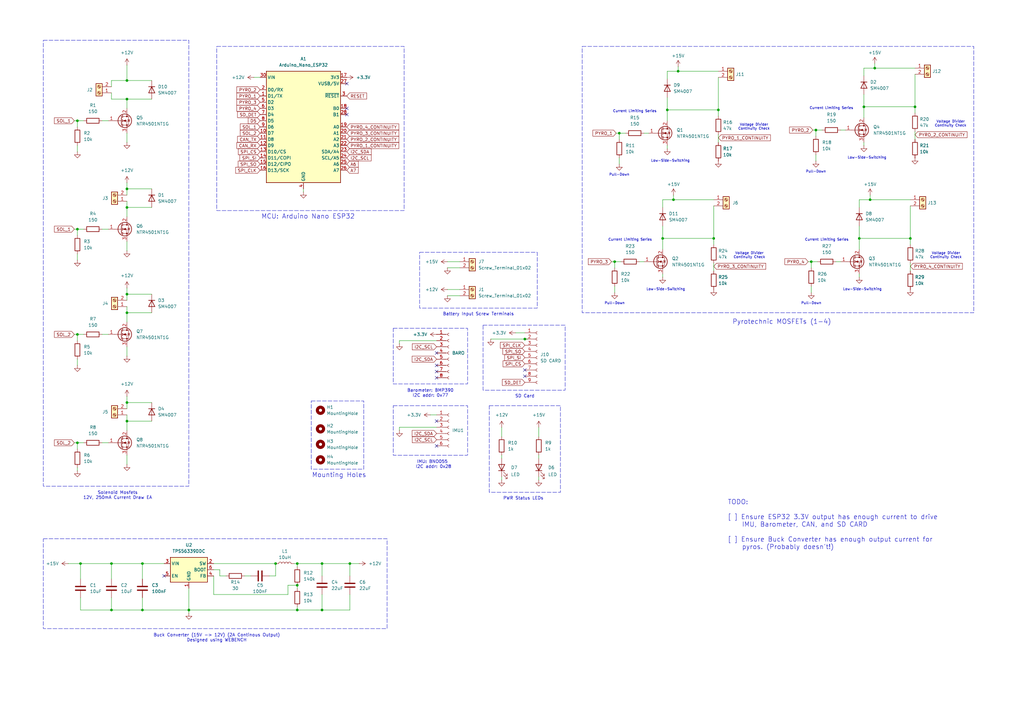
<source format=kicad_sch>
(kicad_sch (version 20250114) (generator "eeschema") (generator_version "9.0")
  (paper "A3")
  (rectangle (start 17.78 220.98) (end 158.75 257.81) (stroke (width 0) (type dash)))
  (rectangle (start 17.78 16.51) (end 77.47 199.39) (stroke (width 0) (type dash)))
  (rectangle (start 161.29 166.37) (end 191.77 186.69) (stroke (width 0) (type dash)))
  (rectangle (start 238.76 19.05) (end 399.415 128.27) (stroke (width 0) (type dash)))
  (rectangle (start 127.635 164.465) (end 149.225 192.405) (stroke (width 0) (type dash)))
  (rectangle (start 161.29 134.62) (end 191.77 157.48) (stroke (width 0) (type dash)))
  (rectangle (start 172.085 103.505) (end 220.345 126.365) (stroke (width 0) (type dash)))
  (rectangle (start 200.66 166.37) (end 229.87 201.93) (stroke (width 0) (type dash)))
  (rectangle (start 198.12 133.35) (end 231.775 160.02) (stroke (width 0) (type dash)))
  (rectangle (start 88.9 19.05) (end 165.735 86.36) (stroke (width 0) (type dash)))
  (text "Low-Side-Switching" (at 355.6 64.77 0) (effects (font (size 1.016 1.016))))
  (text "Low-Side-Switching" (at 353.695 118.745 0) (effects (font (size 1.016 1.016))))
  (text "Voltage Divider\nContinuity Check\n" (at 307.34 104.775 0) (effects (font (size 1.016 1.016))))
  (text "Barometer: BMP390\nI2C addr: 0x77" (at 176.53 161.29 0) (effects (font (size 1.27 1.27))))
  (text "Current Limiting Series" (at 339.09 98.425 0) (effects (font (size 1.016 1.016))))
  (text "SD Card\n" (at 215.265 162.56 0) (effects (font (size 1.27 1.27))))
  (text "Voltage Divider\nContinuity Check\n" (at 309.245 52.07 0) (effects (font (size 1.016 1.016))))
  (text "Pull-Down" (at 332.74 124.46 0) (effects (font (size 1.016 1.016))))
  (text "Pyrotechnic MOSFETs (1-4)" (at 320.675 132.08 0) (effects (font (size 1.905 1.905))))
  (text "Pull-Down" (at 252.095 124.46 0) (effects (font (size 1.016 1.016))))
  (text "Battery Input Screw Terminals\n" (at 196.215 128.905 0) (effects (font (size 1.27 1.27))))
  (text "TODO:\n\n[ ] Ensure ESP32 3.3V output has enough current to drive\n    IMU, Barometer, CAN, and SD CARD\n\n[ ] Ensure Buck Converter has enough output current for \n    pyros. (Probably doesn't!)" (at 298.45 215.265 0) (effects (font (size 1.905 1.905)) (justify left)))
  (text "Current Limiting Series" (at 260.35 45.72 0) (effects (font (size 1.016 1.016))))
  (text "Pull-Down" (at 254 71.755 0) (effects (font (size 1.016 1.016))))
  (text "Voltage Divider\nContinuity Check\n" (at 387.985 104.775 0) (effects (font (size 1.016 1.016))))
  (text "Current Limiting Series" (at 340.995 44.45 0) (effects (font (size 1.016 1.016))))
  (text "Low-Side-Switching" (at 274.955 66.04 0) (effects (font (size 1.016 1.016))))
  (text "Buck Converter (15V -> 12V) (2A Continous Output)\nDesigned using WEBENCH\n" (at 88.9 261.62 0) (effects (font (size 1.27 1.27))))
  (text "Mounting Holes" (at 139.065 194.945 0) (effects (font (size 1.905 1.905))))
  (text "Low-Side-Switching" (at 273.05 118.745 0) (effects (font (size 1.016 1.016))))
  (text "Current Limiting Series" (at 258.445 98.425 0) (effects (font (size 1.016 1.016))))
  (text "MCU: Arduino Nano ESP32" (at 126.365 88.9 0) (effects (font (size 1.905 1.905))))
  (text "IMU: BNO055 \nI2C addr: 0x28" (at 177.8 190.5 0) (effects (font (size 1.27 1.27))))
  (text "Voltage Divider\nContinuity Check\n" (at 389.89 50.8 0) (effects (font (size 1.016 1.016))))
  (text "PWR Status LEDs" (at 214.63 204.47 0) (effects (font (size 1.27 1.27))))
  (text "Solenoid Mosfets\n12V, 250mA Current Draw EA" (at 48.26 203.2 0) (effects (font (size 1.27 1.27))))
  (text "Pull-Down" (at 334.645 70.485 0) (effects (font (size 1.016 1.016))))
  (junction (at 294.64 45.085))
  (junction (at 31.75 93.98))
  (junction (at 52.07 85.09))
  (junction (at 358.775 27.94))
  (junction (at 52.07 172.72))
  (junction (at 77.47 250.19))
  (junction (at 215.265 139.065))
  (junction (at 278.13 29.21))
  (junction (at 271.78 97.79))
  (junction (at 31.75 49.53))
  (junction (at 113.03 231.14))
  (junction (at 58.42 231.14))
  (junction (at 254 54.61))
  (junction (at 52.07 120.65))
  (junction (at 121.92 240.03))
  (junction (at 375.285 43.815))
  (junction (at 31.75 137.16))
  (junction (at 334.645 53.34))
  (junction (at 352.425 97.79))
  (junction (at 354.33 43.815))
  (junction (at 52.07 40.64))
  (junction (at 276.225 81.915))
  (junction (at 252.095 107.315))
  (junction (at 132.08 231.14))
  (junction (at 143.51 231.14))
  (junction (at 356.87 81.915))
  (junction (at 52.07 165.1))
  (junction (at 58.42 250.19))
  (junction (at 121.92 231.14))
  (junction (at 52.07 77.47))
  (junction (at 52.07 33.02))
  (junction (at 373.38 97.79))
  (junction (at 132.08 250.19))
  (junction (at 292.735 97.79))
  (junction (at 45.72 231.14))
  (junction (at 332.74 107.315))
  (junction (at 273.685 45.085))
  (junction (at 33.02 231.14))
  (junction (at 52.07 128.27))
  (junction (at 121.92 250.19))
  (junction (at 45.72 250.19))
  (junction (at 31.75 181.61))
  (no_connect (at 179.07 154.94))
  (no_connect (at 142.24 34.29))
  (no_connect (at 67.31 236.22))
  (no_connect (at 179.07 182.88))
  (no_connect (at 179.07 152.4))
  (no_connect (at 215.265 154.305))
  (no_connect (at 215.265 151.765))
  (no_connect (at 179.07 149.86))
  (no_connect (at 142.24 46.99))
  (no_connect (at 179.07 172.72))
  (no_connect (at 142.24 44.45))
  (no_connect (at 179.07 144.78))
  (wire (pts (xy 121.92 231.14) (xy 121.92 232.41)))
  (wire (pts (xy 292.735 107.95) (xy 292.735 111.125)))
  (wire (pts (xy 31.75 137.16) (xy 31.75 139.7)))
  (wire (pts (xy 176.53 170.18) (xy 179.07 170.18)))
  (wire (pts (xy 271.78 97.79) (xy 271.78 102.235)))
  (wire (pts (xy 332.74 107.315) (xy 335.28 107.315)))
  (wire (pts (xy 52.07 40.64) (xy 62.23 40.64)))
  (wire (pts (xy 375.285 53.975) (xy 375.285 57.15)))
  (wire (pts (xy 52.07 118.11) (xy 52.07 120.65)))
  (wire (pts (xy 52.07 172.72) (xy 52.07 176.53)))
  (wire (pts (xy 52.07 77.47) (xy 52.07 80.01)))
  (wire (pts (xy 373.38 84.455) (xy 373.38 97.79)))
  (wire (pts (xy 52.07 120.65) (xy 62.23 120.65)))
  (wire (pts (xy 45.72 33.02) (xy 45.72 35.56)))
  (wire (pts (xy 183.515 121.285) (xy 188.595 121.285)))
  (wire (pts (xy 31.75 49.53) (xy 34.29 49.53)))
  (wire (pts (xy 294.64 55.245) (xy 294.64 58.42)))
  (wire (pts (xy 354.33 27.94) (xy 354.33 31.115)))
  (wire (pts (xy 87.63 236.22) (xy 87.63 243.84)))
  (wire (pts (xy 31.75 137.16) (xy 34.29 137.16)))
  (wire (pts (xy 271.78 92.71) (xy 271.78 97.79)))
  (wire (pts (xy 52.07 33.02) (xy 62.23 33.02)))
  (wire (pts (xy 254 54.61) (xy 254 57.15)))
  (wire (pts (xy 254 54.61) (xy 256.54 54.61)))
  (wire (pts (xy 205.74 195.58) (xy 205.74 196.85)))
  (wire (pts (xy 100.33 236.22) (xy 102.87 236.22)))
  (wire (pts (xy 45.72 245.11) (xy 45.72 250.19)))
  (wire (pts (xy 332.74 107.315) (xy 332.74 109.855)))
  (wire (pts (xy 118.11 240.03) (xy 121.92 240.03)))
  (wire (pts (xy 121.92 240.03) (xy 121.92 241.3)))
  (wire (pts (xy 334.645 53.34) (xy 334.645 55.88)))
  (wire (pts (xy 31.75 93.98) (xy 34.29 93.98)))
  (wire (pts (xy 52.07 125.73) (xy 52.07 128.27)))
  (wire (pts (xy 113.03 236.22) (xy 113.03 231.14)))
  (wire (pts (xy 163.83 139.7) (xy 179.07 139.7)))
  (wire (pts (xy 292.735 97.79) (xy 292.735 100.33)))
  (wire (pts (xy 132.08 231.14) (xy 143.51 231.14)))
  (wire (pts (xy 31.75 49.53) (xy 31.75 52.07)))
  (wire (pts (xy 334.645 63.5) (xy 334.645 66.04)))
  (wire (pts (xy 220.98 187.96) (xy 220.98 186.69)))
  (wire (pts (xy 58.42 245.11) (xy 58.42 250.19)))
  (wire (pts (xy 33.02 231.14) (xy 45.72 231.14)))
  (wire (pts (xy 352.425 113.665) (xy 352.425 112.395)))
  (wire (pts (xy 31.75 191.77) (xy 31.75 193.04)))
  (wire (pts (xy 87.63 231.14) (xy 113.03 231.14)))
  (wire (pts (xy 87.63 243.84) (xy 118.11 243.84)))
  (wire (pts (xy 205.74 187.96) (xy 205.74 186.69)))
  (wire (pts (xy 31.75 147.32) (xy 31.75 149.86)))
  (wire (pts (xy 52.07 165.1) (xy 62.23 165.1)))
  (wire (pts (xy 375.285 43.815) (xy 375.285 46.355)))
  (wire (pts (xy 356.87 81.915) (xy 352.425 81.915)))
  (wire (pts (xy 163.83 176.53) (xy 163.83 175.26)))
  (wire (pts (xy 30.48 93.98) (xy 31.75 93.98)))
  (wire (pts (xy 31.75 93.98) (xy 31.75 96.52)))
  (wire (pts (xy 273.685 40.005) (xy 273.685 45.085)))
  (wire (pts (xy 30.48 49.53) (xy 31.75 49.53)))
  (wire (pts (xy 352.425 97.79) (xy 352.425 102.235)))
  (wire (pts (xy 52.07 142.24) (xy 52.07 146.05)))
  (wire (pts (xy 31.75 181.61) (xy 34.29 181.61)))
  (wire (pts (xy 52.07 162.56) (xy 52.07 165.1)))
  (wire (pts (xy 104.14 31.75) (xy 106.68 31.75)))
  (wire (pts (xy 31.75 59.69) (xy 31.75 62.23)))
  (wire (pts (xy 52.07 128.27) (xy 62.23 128.27)))
  (wire (pts (xy 132.08 236.22) (xy 132.08 231.14)))
  (wire (pts (xy 77.47 241.3) (xy 77.47 250.19)))
  (wire (pts (xy 45.72 250.19) (xy 58.42 250.19)))
  (wire (pts (xy 163.83 139.7) (xy 163.83 140.97)))
  (wire (pts (xy 52.07 85.09) (xy 52.07 88.9)))
  (wire (pts (xy 30.48 137.16) (xy 31.75 137.16)))
  (wire (pts (xy 264.16 54.61) (xy 266.065 54.61)))
  (wire (pts (xy 183.515 118.745) (xy 188.595 118.745)))
  (wire (pts (xy 354.33 43.815) (xy 375.285 43.815)))
  (wire (pts (xy 90.17 236.22) (xy 92.71 236.22)))
  (wire (pts (xy 52.07 54.61) (xy 52.07 58.42)))
  (wire (pts (xy 333.375 53.34) (xy 334.645 53.34)))
  (wire (pts (xy 41.91 181.61) (xy 44.45 181.61)))
  (wire (pts (xy 183.515 109.855) (xy 188.595 109.855)))
  (wire (pts (xy 358.775 26.035) (xy 358.775 27.94)))
  (wire (pts (xy 273.685 60.96) (xy 273.685 59.69)))
  (wire (pts (xy 373.38 107.95) (xy 373.38 111.125)))
  (wire (pts (xy 77.47 250.19) (xy 121.92 250.19)))
  (wire (pts (xy 31.75 104.14) (xy 31.75 106.68)))
  (wire (pts (xy 58.42 231.14) (xy 67.31 231.14)))
  (wire (pts (xy 220.98 175.26) (xy 220.98 179.07)))
  (wire (pts (xy 27.94 231.14) (xy 33.02 231.14)))
  (wire (pts (xy 120.65 231.14) (xy 121.92 231.14)))
  (wire (pts (xy 52.07 172.72) (xy 62.23 172.72)))
  (wire (pts (xy 33.02 231.14) (xy 33.02 237.49)))
  (wire (pts (xy 331.47 107.315) (xy 332.74 107.315)))
  (wire (pts (xy 110.49 236.22) (xy 113.03 236.22)))
  (wire (pts (xy 215.265 139.065) (xy 216.535 139.065)))
  (wire (pts (xy 352.425 81.915) (xy 352.425 85.09)))
  (wire (pts (xy 294.64 45.085) (xy 294.64 47.625)))
  (wire (pts (xy 45.72 40.64) (xy 52.07 40.64)))
  (wire (pts (xy 52.07 170.18) (xy 52.07 172.72)))
  (wire (pts (xy 77.47 250.19) (xy 77.47 251.46)))
  (wire (pts (xy 90.17 233.68) (xy 87.63 233.68)))
  (wire (pts (xy 354.33 43.815) (xy 354.33 48.26)))
  (wire (pts (xy 41.91 137.16) (xy 44.45 137.16)))
  (wire (pts (xy 294.64 31.75) (xy 294.64 45.085)))
  (wire (pts (xy 45.72 231.14) (xy 45.72 237.49)))
  (wire (pts (xy 45.72 38.1) (xy 45.72 40.64)))
  (wire (pts (xy 254 64.77) (xy 254 67.31)))
  (wire (pts (xy 278.13 27.305) (xy 278.13 29.21)))
  (wire (pts (xy 358.775 27.94) (xy 354.33 27.94)))
  (wire (pts (xy 332.74 117.475) (xy 332.74 120.015)))
  (wire (pts (xy 163.83 175.26) (xy 179.07 175.26)))
  (wire (pts (xy 52.07 40.64) (xy 52.07 44.45)))
  (wire (pts (xy 52.07 26.67) (xy 52.07 33.02)))
  (wire (pts (xy 252.73 54.61) (xy 254 54.61)))
  (wire (pts (xy 252.095 107.315) (xy 254.635 107.315)))
  (wire (pts (xy 52.07 99.06) (xy 52.07 102.87)))
  (wire (pts (xy 352.425 92.71) (xy 352.425 97.79)))
  (wire (pts (xy 352.425 97.79) (xy 373.38 97.79)))
  (wire (pts (xy 273.685 45.085) (xy 294.64 45.085)))
  (wire (pts (xy 41.91 49.53) (xy 44.45 49.53)))
  (wire (pts (xy 211.455 136.525) (xy 215.265 136.525)))
  (wire (pts (xy 358.775 27.94) (xy 375.285 27.94)))
  (wire (pts (xy 45.72 231.14) (xy 58.42 231.14)))
  (wire (pts (xy 356.87 81.915) (xy 373.38 81.915)))
  (wire (pts (xy 118.11 243.84) (xy 118.11 240.03)))
  (wire (pts (xy 30.48 181.61) (xy 31.75 181.61)))
  (wire (pts (xy 58.42 250.19) (xy 77.47 250.19)))
  (wire (pts (xy 271.78 81.915) (xy 271.78 85.09)))
  (wire (pts (xy 271.78 113.665) (xy 271.78 112.395)))
  (wire (pts (xy 52.07 74.93) (xy 52.07 77.47)))
  (wire (pts (xy 143.51 243.84) (xy 143.51 250.19)))
  (wire (pts (xy 33.02 245.11) (xy 33.02 250.19)))
  (wire (pts (xy 276.225 81.915) (xy 292.735 81.915)))
  (wire (pts (xy 143.51 231.14) (xy 147.32 231.14)))
  (wire (pts (xy 52.07 82.55) (xy 52.07 85.09)))
  (wire (pts (xy 33.02 250.19) (xy 45.72 250.19)))
  (wire (pts (xy 205.74 175.26) (xy 205.74 179.07)))
  (wire (pts (xy 220.98 195.58) (xy 220.98 196.85)))
  (wire (pts (xy 132.08 243.84) (xy 132.08 250.19)))
  (wire (pts (xy 52.07 186.69) (xy 52.07 190.5)))
  (wire (pts (xy 252.095 107.315) (xy 252.095 109.855)))
  (wire (pts (xy 121.92 248.92) (xy 121.92 250.19)))
  (wire (pts (xy 344.805 53.34) (xy 346.71 53.34)))
  (wire (pts (xy 252.095 117.475) (xy 252.095 120.015)))
  (wire (pts (xy 273.685 45.085) (xy 273.685 49.53)))
  (wire (pts (xy 276.225 80.01) (xy 276.225 81.915)))
  (wire (pts (xy 276.225 81.915) (xy 271.78 81.915)))
  (wire (pts (xy 52.07 128.27) (xy 52.07 132.08)))
  (wire (pts (xy 250.825 107.315) (xy 252.095 107.315)))
  (wire (pts (xy 373.38 97.79) (xy 373.38 100.33)))
  (wire (pts (xy 31.75 181.61) (xy 31.75 184.15)))
  (wire (pts (xy 354.33 59.69) (xy 354.33 58.42)))
  (wire (pts (xy 58.42 231.14) (xy 58.42 237.49)))
  (wire (pts (xy 124.46 77.47) (xy 124.46 78.74)))
  (wire (pts (xy 375.285 30.48) (xy 375.285 43.815)))
  (wire (pts (xy 334.645 53.34) (xy 337.185 53.34)))
  (wire (pts (xy 356.87 80.01) (xy 356.87 81.915)))
  (wire (pts (xy 132.08 231.14) (xy 121.92 231.14)))
  (wire (pts (xy 342.9 107.315) (xy 344.805 107.315)))
  (wire (pts (xy 52.07 165.1) (xy 52.07 167.64)))
  (wire (pts (xy 143.51 231.14) (xy 143.51 236.22)))
  (wire (pts (xy 201.295 139.065) (xy 215.265 139.065)))
  (wire (pts (xy 45.72 33.02) (xy 52.07 33.02)))
  (wire (pts (xy 143.51 250.19) (xy 132.08 250.19)))
  (wire (pts (xy 41.91 93.98) (xy 44.45 93.98)))
  (wire (pts (xy 271.78 97.79) (xy 292.735 97.79)))
  (wire (pts (xy 132.08 250.19) (xy 121.92 250.19)))
  (wire (pts (xy 52.07 120.65) (xy 52.07 123.19)))
  (wire (pts (xy 183.515 107.315) (xy 188.595 107.315)))
  (wire (pts (xy 52.07 85.09) (xy 62.23 85.09)))
  (wire (pts (xy 354.33 38.735) (xy 354.33 43.815)))
  (wire (pts (xy 278.13 29.21) (xy 294.64 29.21)))
  (wire (pts (xy 52.07 77.47) (xy 62.23 77.47)))
  (wire (pts (xy 292.735 84.455) (xy 292.735 97.79)))
  (wire (pts (xy 90.17 236.22) (xy 90.17 233.68)))
  (wire (pts (xy 273.685 29.21) (xy 273.685 32.385)))
  (wire (pts (xy 262.255 107.315) (xy 264.16 107.315)))
  (wire (pts (xy 278.13 29.21) (xy 273.685 29.21)))
  (global_label "I2C_SCL" (shape input) (at 142.24 64.77 0) (property "Intersheetrefs" "${INTERSHEET_REFS}" (effects (hide yes))))
  (global_label "I2C_SDA" (shape input) (at 179.07 147.32 180) (property "Intersheetrefs" "${INTERSHEET_REFS}" (effects (hide yes))))
  (global_label "SOL_1" (shape input) (at 106.68 52.07 180) (property "Intersheetrefs" "${INTERSHEET_REFS}" (effects (hide yes))))
  (global_label "PYRO_1_CONTINUITY" (shape input) (at 142.24 59.69 0) (property "Intersheetrefs" "${INTERSHEET_REFS}" (effects (hide yes))))
  (global_label "PYRO_3_CONTINUITY" (shape input) (at 142.24 54.61 0) (property "Intersheetrefs" "${INTERSHEET_REFS}" (effects (hide yes))))
  (global_label "PYRO_1" (shape input) (at 252.73 54.61 180) (property "Intersheetrefs" "${INTERSHEET_REFS}" (effects (hide yes))))
  (global_label "SPI_SI" (shape input) (at 106.68 64.77 180) (property "Intersheetrefs" "${INTERSHEET_REFS}" (effects (hide yes))))
  (global_label "PYRO_4" (shape input) (at 106.68 44.45 180) (property "Intersheetrefs" "${INTERSHEET_REFS}" (effects (hide yes))))
  (global_label "SPI_CS" (shape input) (at 106.68 62.23 180) (property "Intersheetrefs" "${INTERSHEET_REFS}" (effects (hide yes))))
  (global_label "I2C_SCL" (shape input) (at 179.07 180.34 180) (property "Intersheetrefs" "${INTERSHEET_REFS}" (effects (hide yes))))
  (global_label "SOL_2" (shape input) (at 30.48 181.61 180) (property "Intersheetrefs" "${INTERSHEET_REFS}" (effects (hide yes))))
  (global_label "SD_DET" (shape input) (at 215.265 156.845 180) (property "Intersheetrefs" "${INTERSHEET_REFS}" (effects (hide yes))))
  (global_label "RESET" (shape input) (at 142.24 39.37 0) (property "Intersheetrefs" "${INTERSHEET_REFS}" (effects (hide yes))))
  (global_label "PYRO_1_CONTINUITY" (shape input) (at 294.64 56.515 0) (property "Intersheetrefs" "${INTERSHEET_REFS}" (effects (hide yes))))
  (global_label "A7" (shape input) (at 142.24 69.85 0) (property "Intersheetrefs" "${INTERSHEET_REFS}" (effects (hide yes))))
  (global_label "I2C_SCL" (shape input) (at 179.07 142.24 180) (property "Intersheetrefs" "${INTERSHEET_REFS}" (effects (hide yes))))
  (global_label "PYRO_2_CONTINUITY" (shape input) (at 375.285 55.245 0) (property "Intersheetrefs" "${INTERSHEET_REFS}" (effects (hide yes))))
  (global_label "D5" (shape input) (at 106.68 49.53 180) (property "Intersheetrefs" "${INTERSHEET_REFS}" (effects (hide yes))))
  (global_label "PYRO_2" (shape input) (at 333.375 53.34 180) (property "Intersheetrefs" "${INTERSHEET_REFS}" (effects (hide yes))))
  (global_label "SOL_1" (shape input) (at 30.48 93.98 180) (property "Intersheetrefs" "${INTERSHEET_REFS}" (effects (hide yes))))
  (global_label "SPI_SO" (shape input) (at 215.265 144.145 180) (property "Intersheetrefs" "${INTERSHEET_REFS}" (effects (hide yes))))
  (global_label "SPI_CLK" (shape input) (at 215.265 141.605 180) (property "Intersheetrefs" "${INTERSHEET_REFS}" (effects (hide yes))))
  (global_label "SPI_SI" (shape input) (at 215.265 146.685 180) (property "Intersheetrefs" "${INTERSHEET_REFS}" (effects (hide yes))))
  (global_label "SOL_2" (shape input) (at 106.68 54.61 180) (property "Intersheetrefs" "${INTERSHEET_REFS}" (effects (hide yes))))
  (global_label "I2C_SDA" (shape input) (at 179.07 177.8 180) (property "Intersheetrefs" "${INTERSHEET_REFS}" (effects (hide yes))))
  (global_label "CAN_RX" (shape input) (at 106.68 59.69 180) (property "Intersheetrefs" "${INTERSHEET_REFS}" (effects (hide yes))))
  (global_label "PYRO_4_CONTINUITY" (shape input) (at 142.24 52.07 0) (property "Intersheetrefs" "${INTERSHEET_REFS}" (effects (hide yes))))
  (global_label "SOL_1" (shape input) (at 30.48 49.53 180) (property "Intersheetrefs" "${INTERSHEET_REFS}" (effects (hide yes))))
  (global_label "I2C_SDA" (shape input) (at 142.24 62.23 0) (property "Intersheetrefs" "${INTERSHEET_REFS}" (effects (hide yes))))
  (global_label "PYRO_1" (shape input) (at 106.68 39.37 180) (property "Intersheetrefs" "${INTERSHEET_REFS}" (effects (hide yes))))
  (global_label "SD_DET" (shape input) (at 106.68 46.99 180) (property "Intersheetrefs" "${INTERSHEET_REFS}" (effects (hide yes))))
  (global_label "PYRO_3_CONTINUITY" (shape input) (at 292.735 109.22 0) (property "Intersheetrefs" "${INTERSHEET_REFS}" (effects (hide yes))))
  (global_label "PYRO_3" (shape input) (at 250.825 107.315 180) (property "Intersheetrefs" "${INTERSHEET_REFS}" (effects (hide yes))))
  (global_label "PYRO_3" (shape input) (at 106.68 41.91 180) (property "Intersheetrefs" "${INTERSHEET_REFS}" (effects (hide yes))))
  (global_label "PYRO_4_CONTINUITY" (shape input) (at 373.38 109.22 0) (property "Intersheetrefs" "${INTERSHEET_REFS}" (effects (hide yes))))
  (global_label "CAN_TX" (shape input) (at 106.68 57.15 180) (property "Intersheetrefs" "${INTERSHEET_REFS}" (effects (hide yes))))
  (global_label "A6" (shape input) (at 142.24 67.31 0) (property "Intersheetrefs" "${INTERSHEET_REFS}" (effects (hide yes))))
  (global_label "SPI_CS" (shape input) (at 215.265 149.225 180) (property "Intersheetrefs" "${INTERSHEET_REFS}" (effects (hide yes))))
  (global_label "PYRO_2_CONTINUITY" (shape input) (at 142.24 57.15 0) (property "Intersheetrefs" "${INTERSHEET_REFS}" (effects (hide yes))))
  (global_label "SPI_CLK" (shape input) (at 106.68 69.85 180) (property "Intersheetrefs" "${INTERSHEET_REFS}" (effects (hide yes))))
  (global_label "PYRO_2" (shape input) (at 106.68 36.83 180) (property "Intersheetrefs" "${INTERSHEET_REFS}" (effects (hide yes))))
  (global_label "PYRO_4" (shape input) (at 331.47 107.315 180) (property "Intersheetrefs" "${INTERSHEET_REFS}" (effects (hide yes))))
  (global_label "SOL_2" (shape input) (at 30.48 137.16 180) (property "Intersheetrefs" "${INTERSHEET_REFS}" (effects (hide yes))))
  (global_label "SPI_SO" (shape input) (at 106.68 67.31 180) (property "Intersheetrefs" "${INTERSHEET_REFS}" (effects (hide yes))))
  (symbol (lib_id "power:+12V") (at 183.515 118.745 90) (unit 1)
    (property "Reference" "#PWR04" (effects (hide yes)))
    (property "Value" "+12V" (at 179.705 118.7449 90) (effects (justify left)))
    (property "Description" "Power symbol creates a global label with name \"+12V\"" (effects (hide yes)))
  )
  (symbol (lib_id "Diode:SM4007") (at 62.23 36.83 270) (unit 1)
    (property "Reference" "D10" (at 64.77 35.5599 90) (effects (justify left)))
    (property "Value" "SM4007" (at 64.77 38.0999 90) (effects (justify left)))
    (property "Footprint" "Diode_SMD:D_MELF" (effects (hide yes)))
    (property "Datasheet" "http://cdn-reichelt.de/documents/datenblatt/A400/SMD1N400%23DIO.pdf" (effects (hide yes)))
    (property "Description" "1000V 1A General Purpose Rectifier Diode, MELF" (effects (hide yes)))
    (property "Sim.Device" "D" (effects (hide yes)))
    (property "Sim.Pins" "1=K 2=A" (effects (hide yes)))
  )
  (symbol (lib_id "power:GND") (at 52.07 102.87 0) (unit 1)
    (property "Reference" "#PWR014" (effects (hide yes)))
    (property "Value" "GND" (effects (hide yes)))
    (property "Description" "Power symbol creates a global label with name \"GND\" , ground" (effects (hide yes)))
  )
  (symbol (lib_id "power:GND") (at 273.685 60.96 0) (unit 1)
    (property "Reference" "#PWR037" (effects (hide yes)))
    (property "Value" "GND" (effects (hide yes)))
    (property "Description" "Power symbol creates a global label with name \"GND\" , ground" (effects (hide yes)))
  )
  (symbol (lib_id "Transistor_FET:IRLB8721PBF") (at 49.53 49.53 0) (unit 1)
    (property "Reference" "Q5" (at 55.88 48.2599 0) (effects (justify left)))
    (property "Value" "NTR4501NT1G" (at 55.88 50.7999 0) (effects (justify left)))
    (property "Footprint" "Package_TO_SOT_SMD:SOT-23-3" (effects (hide yes)))
    (property "Datasheet" "https://www.onsemi.com/pdf/datasheet/ntr4501n-d.pdf" (effects (hide yes)))
    (property "Description" "MOSFET N-CH 20V 3.2A SOT23-3" (effects (hide yes)))
  )
  (symbol (lib_id "Device:C") (at 106.68 236.22 270) (unit 1)
    (property "Reference" "C5" (at 106.68 240.03 90))
    (property "Value" "100nF" (at 106.68 242.57 90))
    (property "Footprint" "Capacitor_SMD:C_0805_2012Metric" (effects (hide yes)))
    (property "Description" "Unpolarized capacitor" (effects (hide yes)))
  )
  (symbol (lib_id "Transistor_FET:IRLB8721PBF") (at 269.24 107.315 0) (unit 1)
    (property "Reference" "Q2" (at 275.59 106.0449 0) (effects (justify left)))
    (property "Value" "NTR4501NT1G" (at 275.59 108.5849 0) (effects (justify left)))
    (property "Footprint" "Package_TO_SOT_SMD:SOT-23-3" (effects (hide yes)))
    (property "Datasheet" "https://www.onsemi.com/pdf/datasheet/ntr4501n-d.pdf" (effects (hide yes)))
    (property "Description" "MOSFET N-CH 20V 3.2A SOT23-3" (effects (hide yes)))
  )
  (symbol (lib_id "power:GND") (at 352.425 113.665 0) (unit 1)
    (property "Reference" "#PWR050" (effects (hide yes)))
    (property "Value" "GND" (effects (hide yes)))
    (property "Description" "Power symbol creates a global label with name \"GND\" , ground" (effects (hide yes)))
  )
  (symbol (lib_id "Connector:Screw_Terminal_01x02") (at 299.72 29.21 0) (unit 1)
    (property "Reference" "J11" (at 303.53 30.48 0))
    (property "Value" "Screw_Terminal_01x02" (effects (hide yes)))
    (property "Footprint" "TerminalBlock_RND:TerminalBlock_RND_205-00276_1x02_P5.00mm_Vertical" (effects (hide yes)))
    (property "Description" "Generic screw terminal, single row, 01x02, script generated (kicad-library-utils/schlib/autogen/connector/)" (effects (hide yes)))
  )
  (symbol (lib_id "Connector:Screw_Terminal_01x02") (at 380.365 27.94 0) (unit 1)
    (property "Reference" "J12" (at 384.175 29.21 0))
    (property "Value" "Screw_Terminal_01x02" (effects (hide yes)))
    (property "Footprint" "TerminalBlock_RND:TerminalBlock_RND_205-00276_1x02_P5.00mm_Vertical" (effects (hide yes)))
    (property "Description" "Generic screw terminal, single row, 01x02, script generated (kicad-library-utils/schlib/autogen/connector/)" (effects (hide yes)))
  )
  (symbol (lib_id "Device:R") (at 373.38 114.935 0) (unit 1)
    (property "Reference" "R29" (at 375.285 113.6649 0) (effects (justify left)))
    (property "Value" "10k" (at 375.285 116.2049 0) (effects (justify left)))
    (property "Footprint" "Resistor_SMD:R_0805_2012Metric" (effects (hide yes)))
    (property "Description" "Resistor" (effects (hide yes)))
  )
  (symbol (lib_id "Transistor_FET:IRLB8721PBF") (at 271.145 54.61 0) (unit 1)
    (property "Reference" "Q1" (at 277.495 53.3399 0) (effects (justify left)))
    (property "Value" "NTR4501NT1G" (at 277.495 55.8799 0) (effects (justify left)))
    (property "Footprint" "Package_TO_SOT_SMD:SOT-23-3" (effects (hide yes)))
    (property "Datasheet" "https://www.onsemi.com/pdf/datasheet/ntr4501n-d.pdf" (effects (hide yes)))
    (property "Description" "MOSFET N-CH 20V 3.2A SOT23-3" (effects (hide yes)))
  )
  (symbol (lib_id "Connector:Screw_Terminal_01x02") (at 46.99 125.73 180) (unit 1)
    (property "Reference" "J4" (at 43.18 124.46 0))
    (property "Value" "Screw_Terminal_01x02" (effects (hide yes)))
    (property "Footprint" "TerminalBlock_RND:TerminalBlock_RND_205-00276_1x02_P5.00mm_Vertical" (effects (hide yes)))
    (property "Description" "Generic screw terminal, single row, 01x02, script generated (kicad-library-utils/schlib/autogen/connector/)" (effects (hide yes)))
  )
  (symbol (lib_id "Connector:Conn_01x08_Socket") (at 184.15 144.78 0) (unit 1)
    (property "Reference" "J8" (effects (hide yes)))
    (property "Value" "BARO" (at 185.42 144.78 0) (effects (justify left)))
    (property "Footprint" "Connector_PinHeader_2.54mm:PinHeader_1x08_P2.54mm_Vertical" (effects (hide yes)))
    (property "Description" "Generic connector, single row, 01x08, script generated" (effects (hide yes)))
  )
  (symbol (lib_id "Device:R") (at 294.64 62.23 0) (unit 1)
    (property "Reference" "R17" (at 296.545 60.9599 0) (effects (justify left)))
    (property "Value" "10k" (at 296.545 63.4999 0) (effects (justify left)))
    (property "Footprint" "Resistor_SMD:R_0805_2012Metric" (effects (hide yes)))
    (property "Description" "Resistor" (effects (hide yes)))
  )
  (symbol (lib_id "power:+3.3V") (at 142.24 31.75 270) (unit 1)
    (property "Reference" "#PWR08" (effects (hide yes)))
    (property "Value" "+3.3V" (at 146.05 31.7499 90) (effects (justify left)))
    (property "Description" "Power symbol creates a global label with name \"+3.3V\"" (effects (hide yes)))
  )
  (symbol (lib_id "Regulator_Switching:TPS56339DDC") (at 77.47 233.68 0) (unit 1)
    (property "Reference" "U2" (at 77.47 223.52 0))
    (property "Value" "TPS56339DDC" (at 77.47 226.06 0))
    (property "Footprint" "Package_TO_SOT_SMD:SOT-23-6" (effects (hide yes)))
    (property "Datasheet" "https://www.ti.com/lit/ds/symlink/tps56339.pdf" (effects (hide yes)))
    (property "Description" "4.5V to 24V Input, 3-A Output Synchronous Buck Converter, SOT-23-6" (effects (hide yes)))
  )
  (symbol (lib_id "Connector:Screw_Terminal_01x02") (at 46.99 170.18 180) (unit 1)
    (property "Reference" "J5" (at 43.18 168.91 0))
    (property "Value" "Screw_Terminal_01x02" (effects (hide yes)))
    (property "Footprint" "TerminalBlock_RND:TerminalBlock_RND_205-00276_1x02_P5.00mm_Vertical" (effects (hide yes)))
    (property "Description" "Generic screw terminal, single row, 01x02, script generated (kicad-library-utils/schlib/autogen/connector/)" (effects (hide yes)))
  )
  (symbol (lib_id "Device:R") (at 373.38 104.14 0) (unit 1)
    (property "Reference" "R28" (at 375.285 102.8699 0) (effects (justify left)))
    (property "Value" "47k" (at 375.285 105.4099 0) (effects (justify left)))
    (property "Footprint" "Resistor_SMD:R_0805_2012Metric" (effects (hide yes)))
    (property "Description" "Resistor" (effects (hide yes)))
  )
  (symbol (lib_id "power:GND") (at 183.515 109.855 0) (unit 1)
    (property "Reference" "#PWR023" (effects (hide yes)))
    (property "Value" "GND" (effects (hide yes)))
    (property "Description" "Power symbol creates a global label with name \"GND\" , ground" (effects (hide yes)))
  )
  (symbol (lib_id "power:GND") (at 31.75 62.23 0) (unit 1)
    (property "Reference" "#PWR09" (effects (hide yes)))
    (property "Value" "GND" (effects (hide yes)))
    (property "Description" "Power symbol creates a global label with name \"GND\" , ground" (effects (hide yes)))
  )
  (symbol (lib_id "Device:R") (at 121.92 245.11 0) (unit 1)
    (property "Reference" "R13" (at 124.46 243.8399 0) (effects (justify left)))
    (property "Value" "10k" (at 124.46 246.3799 0) (effects (justify left)))
    (property "Footprint" "Resistor_SMD:R_0603_1608Metric" (effects (hide yes)))
    (property "Description" "Resistor" (effects (hide yes)))
  )
  (symbol (lib_id "Transistor_FET:IRLB8721PBF") (at 49.53 93.98 0) (unit 1)
    (property "Reference" "Q6" (at 55.88 92.7099 0) (effects (justify left)))
    (property "Value" "NTR4501NT1G" (at 55.88 95.2499 0) (effects (justify left)))
    (property "Footprint" "Package_TO_SOT_SMD:SOT-23-3" (effects (hide yes)))
    (property "Datasheet" "https://www.onsemi.com/pdf/datasheet/ntr4501n-d.pdf" (effects (hide yes)))
    (property "Description" "MOSFET N-CH 20V 3.2A SOT23-3" (effects (hide yes)))
  )
  (symbol (lib_id "power:GND") (at 52.07 190.5 0) (unit 1)
    (property "Reference" "#PWR019" (effects (hide yes)))
    (property "Value" "GND" (effects (hide yes)))
    (property "Description" "Power symbol creates a global label with name \"GND\" , ground" (effects (hide yes)))
  )
  (symbol (lib_id "power:GND") (at 254 67.31 0) (unit 1)
    (property "Reference" "#PWR038" (effects (hide yes)))
    (property "Value" "GND" (effects (hide yes)))
    (property "Description" "Power symbol creates a global label with name \"GND\" , ground" (effects (hide yes)))
  )
  (symbol (lib_id "Device:R") (at 38.1 137.16 90) (unit 1)
    (property "Reference" "R7" (at 38.1 130.81 90))
    (property "Value" "150" (at 38.1 133.35 90))
    (property "Footprint" "Resistor_SMD:R_0805_2012Metric" (effects (hide yes)))
    (property "Description" "Resistor" (effects (hide yes)))
  )
  (symbol (lib_id "Mechanical:MountingHole") (at 131.445 188.595 0) (unit 1) (in_bom no)
    (property "Reference" "H4" (at 133.985 187.3249 0) (effects (justify left)))
    (property "Value" "MountingHole" (at 133.985 189.8649 0) (effects (justify left)))
    (property "Footprint" "MountingHole:MountingHole_3mm" (effects (hide yes)))
    (property "Description" "Mounting Hole without connection" (effects (hide yes)))
  )
  (symbol (lib_id "Device:R") (at 31.75 187.96 0) (unit 1)
    (property "Reference" "R6" (at 34.29 186.6899 0) (effects (justify left)))
    (property "Value" "10k" (at 34.29 189.2299 0) (effects (justify left)))
    (property "Footprint" "Resistor_SMD:R_0805_2012Metric" (effects (hide yes)))
    (property "Description" "Resistor" (effects (hide yes)))
  )
  (symbol (lib_id "Mechanical:MountingHole") (at 131.445 175.895 0) (unit 1) (in_bom no)
    (property "Reference" "H2" (at 133.985 174.6249 0) (effects (justify left)))
    (property "Value" "MountingHole" (at 133.985 177.1649 0) (effects (justify left)))
    (property "Footprint" "MountingHole:MountingHole_3mm" (effects (hide yes)))
    (property "Description" "Mounting Hole without connection" (effects (hide yes)))
  )
  (symbol (lib_id "power:GND") (at 52.07 58.42 0) (unit 1)
    (property "Reference" "#PWR010" (effects (hide yes)))
    (property "Value" "GND" (effects (hide yes)))
    (property "Description" "Power symbol creates a global label with name \"GND\" , ground" (effects (hide yes)))
  )
  (symbol (lib_id "power:GND") (at 205.74 196.85 0) (unit 1)
    (property "Reference" "#PWR030" (effects (hide yes)))
    (property "Value" "GND" (effects (hide yes)))
    (property "Description" "Power symbol creates a global label with name \"GND\" , ground" (effects (hide yes)))
  )
  (symbol (lib_id "Device:C") (at 45.72 241.3 0) (unit 1)
    (property "Reference" "C2" (at 49.53 240.0299 0) (effects (justify left)))
    (property "Value" "10uF" (at 49.53 242.5699 0) (effects (justify left)))
    (property "Footprint" "Capacitor_SMD:C_0805_2012Metric" (effects (hide yes)))
    (property "Description" "Unpolarized capacitor" (effects (hide yes)))
  )
  (symbol (lib_id "power:+15V") (at 358.775 26.035 0) (unit 1)
    (property "Reference" "#PWR022" (effects (hide yes)))
    (property "Value" "+15V" (at 358.775 21.59 0))
    (property "Description" "Power symbol creates a global label with name \"+15V\"" (effects (hide yes)))
  )
  (symbol (lib_id "power:GND") (at 292.735 118.745 0) (unit 1)
    (property "Reference" "#PWR048" (effects (hide yes)))
    (property "Value" "GND" (effects (hide yes)))
    (property "Description" "Power symbol creates a global label with name \"GND\" , ground" (effects (hide yes)))
  )
  (symbol (lib_id "power:GND") (at 375.285 64.77 0) (unit 1)
    (property "Reference" "#PWR044" (effects (hide yes)))
    (property "Value" "GND" (effects (hide yes)))
    (property "Description" "Power symbol creates a global label with name \"GND\" , ground" (effects (hide yes)))
  )
  (symbol (lib_id "Device:LED") (at 220.98 191.77 90) (unit 1)
    (property "Reference" "D6" (at 224.79 191.77 90) (effects (justify right)))
    (property "Value" "LED" (at 224.79 194.6274 90) (effects (justify right)))
    (property "Footprint" "LED_SMD:LED_0603_1608Metric" (effects (hide yes)))
    (property "Description" "Light emitting diode" (effects (hide yes)))
    (property "Sim.Pins" "1=K 2=A" (effects (hide yes)))
  )
  (symbol (lib_id "Device:R") (at 340.995 53.34 90) (unit 1)
    (property "Reference" "R19" (at 340.995 46.99 90))
    (property "Value" "150" (at 340.995 49.53 90))
    (property "Footprint" "Resistor_SMD:R_0805_2012Metric" (effects (hide yes)))
    (property "Description" "Resistor" (effects (hide yes)))
  )
  (symbol (lib_id "power:GND") (at 163.83 140.97 0) (unit 1)
    (property "Reference" "#PWR034" (effects (hide yes)))
    (property "Value" "GND" (effects (hide yes)))
    (property "Description" "Power symbol creates a global label with name \"GND\" , ground" (effects (hide yes)))
  )
  (symbol (lib_id "Device:LED") (at 205.74 191.77 90) (unit 1)
    (property "Reference" "D7" (at 209.55 191.77 90) (effects (justify right)))
    (property "Value" "LED" (at 209.55 194.6274 90) (effects (justify right)))
    (property "Footprint" "LED_SMD:LED_0603_1608Metric" (effects (hide yes)))
    (property "Description" "Light emitting diode" (effects (hide yes)))
    (property "Sim.Pins" "1=K 2=A" (effects (hide yes)))
  )
  (symbol (lib_id "MCU_Module:Arduino_Nano_ESP32") (at 124.46 52.07 0) (unit 1)
    (property "Reference" "A1" (at 124.46 24.13 0))
    (property "Value" "Arduino_Nano_ESP32" (at 124.46 26.67 0))
    (property "Footprint" "Module:Arduino_Nano" (effects (hide yes)))
    (property "Datasheet" "https://docs.arduino.cc/resources/datasheets/ABX00083-datasheet.pdf" (effects (hide yes)))
    (property "Description" "Arduino Nano board based on the ESP32-S3 with a dual-core 240 MHz processor, 384 kB ROM, 512 kB SRAM. Operates at 3.3V, with 5V USB-C® input and 6-21V VIN. Features Wi-Fi®, Bluetooth® LE, digital and analog pins, and supports SPI, I2C, UART, I2S, and CAN." (effects (hide yes)))
  )
  (symbol (lib_id "power:+12V") (at 52.07 26.67 0) (unit 1)
    (property "Reference" "#PWR011" (effects (hide yes)))
    (property "Value" "+12V" (at 52.07 21.59 0))
    (property "Description" "Power symbol creates a global label with name \"+12V\"" (effects (hide yes)))
  )
  (symbol (lib_id "power:GND") (at 183.515 121.285 0) (unit 1)
    (property "Reference" "#PWR026" (effects (hide yes)))
    (property "Value" "GND" (effects (hide yes)))
    (property "Description" "Power symbol creates a global label with name \"GND\" , ground" (effects (hide yes)))
  )
  (symbol (lib_id "Diode:SM4007") (at 271.78 88.9 270) (unit 1)
    (property "Reference" "D11" (at 274.32 87.6299 90) (effects (justify left)))
    (property "Value" "SM4007" (at 274.32 90.1699 90) (effects (justify left)))
    (property "Footprint" "Diode_SMD:D_MELF" (effects (hide yes)))
    (property "Datasheet" "http://cdn-reichelt.de/documents/datenblatt/A400/SMD1N400%23DIO.pdf" (effects (hide yes)))
    (property "Description" "1000V 1A General Purpose Rectifier Diode, MELF" (effects (hide yes)))
    (property "Sim.Device" "D" (effects (hide yes)))
    (property "Sim.Pins" "1=K 2=A" (effects (hide yes)))
  )
  (symbol (lib_id "Diode:SM4007") (at 354.33 34.925 270) (unit 1)
    (property "Reference" "D2" (at 356.87 33.6549 90) (effects (justify left)))
    (property "Value" "SM4007" (at 356.87 36.1949 90) (effects (justify left)))
    (property "Footprint" "Diode_SMD:D_MELF" (effects (hide yes)))
    (property "Datasheet" "http://cdn-reichelt.de/documents/datenblatt/A400/SMD1N400%23DIO.pdf" (effects (hide yes)))
    (property "Description" "1000V 1A General Purpose Rectifier Diode, MELF" (effects (hide yes)))
    (property "Sim.Device" "D" (effects (hide yes)))
    (property "Sim.Pins" "1=K 2=A" (effects (hide yes)))
  )
  (symbol (lib_id "power:GND") (at 252.095 120.015 0) (unit 1)
    (property "Reference" "#PWR045" (effects (hide yes)))
    (property "Value" "GND" (effects (hide yes)))
    (property "Description" "Power symbol creates a global label with name \"GND\" , ground" (effects (hide yes)))
  )
  (symbol (lib_id "power:+15V") (at 278.13 27.305 0) (unit 1)
    (property "Reference" "#PWR06" (effects (hide yes)))
    (property "Value" "+15V" (at 278.13 22.86 0))
    (property "Description" "Power symbol creates a global label with name \"+15V\"" (effects (hide yes)))
  )
  (symbol (lib_id "Device:R") (at 294.64 51.435 0) (unit 1)
    (property "Reference" "R16" (at 296.545 50.1649 0) (effects (justify left)))
    (property "Value" "47k" (at 296.545 52.7049 0) (effects (justify left)))
    (property "Footprint" "Resistor_SMD:R_0805_2012Metric" (effects (hide yes)))
    (property "Description" "Resistor" (effects (hide yes)))
  )
  (symbol (lib_id "Transistor_FET:IRLB8721PBF") (at 49.53 181.61 0) (unit 1)
    (property "Reference" "Q8" (at 55.88 180.3399 0) (effects (justify left)))
    (property "Value" "NTR4501NT1G" (at 55.88 182.8799 0) (effects (justify left)))
    (property "Footprint" "Package_TO_SOT_SMD:SOT-23-3" (effects (hide yes)))
    (property "Datasheet" "https://www.onsemi.com/pdf/datasheet/ntr4501n-d.pdf" (effects (hide yes)))
    (property "Description" "MOSFET N-CH 20V 3.2A SOT23-3" (effects (hide yes)))
  )
  (symbol (lib_id "Device:L") (at 116.84 231.14 90) (unit 1)
    (property "Reference" "L1" (at 116.84 226.06 90))
    (property "Value" "10uH" (at 116.84 228.6 90))
    (property "Footprint" "Inductor_SMD:L_Bourns_SRP1038C_10.0x10.0mm" (effects (hide yes)))
    (property "Description" "Inductor" (effects (hide yes)))
  )
  (symbol (lib_id "power:GND") (at 373.38 118.745 0) (unit 1)
    (property "Reference" "#PWR052" (effects (hide yes)))
    (property "Value" "GND" (effects (hide yes)))
    (property "Description" "Power symbol creates a global label with name \"GND\" , ground" (effects (hide yes)))
  )
  (symbol (lib_id "power:GND") (at 271.78 113.665 0) (unit 1)
    (property "Reference" "#PWR046" (effects (hide yes)))
    (property "Value" "GND" (effects (hide yes)))
    (property "Description" "Power symbol creates a global label with name \"GND\" , ground" (effects (hide yes)))
  )
  (symbol (lib_id "Diode:SM4007") (at 62.23 81.28 270) (unit 1)
    (property "Reference" "D1" (at 64.77 80.0099 90) (effects (justify left)))
    (property "Value" "SM4007" (at 64.77 82.5499 90) (effects (justify left)))
    (property "Footprint" "Diode_SMD:D_MELF" (effects (hide yes)))
    (property "Datasheet" "http://cdn-reichelt.de/documents/datenblatt/A400/SMD1N400%23DIO.pdf" (effects (hide yes)))
    (property "Description" "1000V 1A General Purpose Rectifier Diode, MELF" (effects (hide yes)))
    (property "Sim.Device" "D" (effects (hide yes)))
    (property "Sim.Pins" "1=K 2=A" (effects (hide yes)))
  )
  (symbol (lib_id "power:+15V") (at 27.94 231.14 90) (unit 1)
    (property "Reference" "#PWR01" (effects (hide yes)))
    (property "Value" "+15V" (at 24.13 231.1399 90) (effects (justify left)))
    (property "Description" "Power symbol creates a global label with name \"+15V\"" (effects (hide yes)))
  )
  (symbol (lib_id "power:GND") (at 220.98 196.85 0) (unit 1)
    (property "Reference" "#PWR032" (effects (hide yes)))
    (property "Value" "GND" (effects (hide yes)))
    (property "Description" "Power symbol creates a global label with name \"GND\" , ground" (effects (hide yes)))
  )
  (symbol (lib_id "Device:C") (at 33.02 241.3 0) (unit 1)
    (property "Reference" "C1" (at 36.83 240.0299 0) (effects (justify left)))
    (property "Value" "10uF" (at 36.83 242.5699 0) (effects (justify left)))
    (property "Footprint" "Capacitor_SMD:C_0805_2012Metric" (effects (hide yes)))
    (property "Description" "Unpolarized capacitor" (effects (hide yes)))
  )
  (symbol (lib_id "power:+3.3V") (at 179.07 137.16 90) (unit 1)
    (property "Reference" "#PWR033" (effects (hide yes)))
    (property "Value" "+3.3V" (at 175.26 137.1599 90) (effects (justify left)))
    (property "Description" "Power symbol creates a global label with name \"+3.3V\"" (effects (hide yes)))
  )
  (symbol (lib_id "Device:R") (at 334.645 59.69 0) (unit 1)
    (property "Reference" "R18" (at 337.185 58.4199 0) (effects (justify left)))
    (property "Value" "10k" (at 337.185 60.9599 0) (effects (justify left)))
    (property "Footprint" "Resistor_SMD:R_0805_2012Metric" (effects (hide yes)))
    (property "Description" "Resistor" (effects (hide yes)))
  )
  (symbol (lib_id "power:+12V") (at 205.74 175.26 0) (unit 1)
    (property "Reference" "#PWR029" (effects (hide yes)))
    (property "Value" "+12V" (at 205.74 170.18 0))
    (property "Description" "Power symbol creates a global label with name \"+12V\"" (effects (hide yes)))
  )
  (symbol (lib_id "Device:R") (at 375.285 50.165 0) (unit 1)
    (property "Reference" "R20" (at 377.19 48.8949 0) (effects (justify left)))
    (property "Value" "47k" (at 377.19 51.4349 0) (effects (justify left)))
    (property "Footprint" "Resistor_SMD:R_0805_2012Metric" (effects (hide yes)))
    (property "Description" "Resistor" (effects (hide yes)))
  )
  (symbol (lib_id "Device:R") (at 339.09 107.315 90) (unit 1)
    (property "Reference" "R27" (at 339.09 100.965 90))
    (property "Value" "150" (at 339.09 103.505 90))
    (property "Footprint" "Resistor_SMD:R_0805_2012Metric" (effects (hide yes)))
    (property "Description" "Resistor" (effects (hide yes)))
  )
  (symbol (lib_id "Connector:Screw_Terminal_01x02") (at 40.64 38.1 180) (unit 1)
    (property "Reference" "J2" (at 36.83 36.83 0))
    (property "Value" "Screw_Terminal_01x02" (effects (hide yes)))
    (property "Footprint" "TerminalBlock_RND:TerminalBlock_RND_205-00276_1x02_P5.00mm_Vertical" (effects (hide yes)))
    (property "Description" "Generic screw terminal, single row, 01x02, script generated (kicad-library-utils/schlib/autogen/connector/)" (effects (hide yes)))
  )
  (symbol (lib_id "power:GND") (at 354.33 59.69 0) (unit 1)
    (property "Reference" "#PWR042" (effects (hide yes)))
    (property "Value" "GND" (effects (hide yes)))
    (property "Description" "Power symbol creates a global label with name \"GND\" , ground" (effects (hide yes)))
  )
  (symbol (lib_id "Connector:Screw_Terminal_01x02") (at 46.99 82.55 180) (unit 1)
    (property "Reference" "J3" (at 43.18 81.28 0))
    (property "Value" "Screw_Terminal_01x02" (effects (hide yes)))
    (property "Footprint" "TerminalBlock_RND:TerminalBlock_RND_205-00276_1x02_P5.00mm_Vertical" (effects (hide yes)))
    (property "Description" "Generic screw terminal, single row, 01x02, script generated (kicad-library-utils/schlib/autogen/connector/)" (effects (hide yes)))
  )
  (symbol (lib_id "Device:R") (at 38.1 93.98 90) (unit 1)
    (property "Reference" "R4" (at 38.1 87.63 90))
    (property "Value" "150" (at 38.1 90.17 90))
    (property "Footprint" "Resistor_SMD:R_0805_2012Metric" (effects (hide yes)))
    (property "Description" "Resistor" (effects (hide yes)))
  )
  (symbol (lib_id "power:GND") (at 52.07 146.05 0) (unit 1)
    (property "Reference" "#PWR017" (effects (hide yes)))
    (property "Value" "GND" (effects (hide yes)))
    (property "Description" "Power symbol creates a global label with name \"GND\" , ground" (effects (hide yes)))
  )
  (symbol (lib_id "Device:R") (at 292.735 104.14 0) (unit 1)
    (property "Reference" "R24" (at 294.64 102.8699 0) (effects (justify left)))
    (property "Value" "47k" (at 294.64 105.4099 0) (effects (justify left)))
    (property "Footprint" "Resistor_SMD:R_0805_2012Metric" (effects (hide yes)))
    (property "Description" "Resistor" (effects (hide yes)))
  )
  (symbol (lib_id "power:+12V") (at 52.07 118.11 0) (unit 1)
    (property "Reference" "#PWR016" (effects (hide yes)))
    (property "Value" "+12V" (at 52.07 113.03 0))
    (property "Description" "Power symbol creates a global label with name \"+12V\"" (effects (hide yes)))
  )
  (symbol (lib_id "power:GND") (at 334.645 66.04 0) (unit 1)
    (property "Reference" "#PWR041" (effects (hide yes)))
    (property "Value" "GND" (effects (hide yes)))
    (property "Description" "Power symbol creates a global label with name \"GND\" , ground" (effects (hide yes)))
  )
  (symbol (lib_id "power:+12V") (at 147.32 231.14 270) (unit 1)
    (property "Reference" "#PWR03" (effects (hide yes)))
    (property "Value" "+12V" (at 151.13 231.1399 90) (effects (justify left)))
    (property "Description" "Power symbol creates a global label with name \"+12V\"" (effects (hide yes)))
  )
  (symbol (lib_id "power:GND") (at 201.295 139.065 0) (unit 1)
    (property "Reference" "#PWR035" (effects (hide yes)))
    (property "Value" "GND" (effects (hide yes)))
    (property "Description" "Power symbol creates a global label with name \"GND\" , ground" (effects (hide yes)))
  )
  (symbol (lib_id "Device:R") (at 254 60.96 0) (unit 1)
    (property "Reference" "R11" (at 256.54 59.6899 0) (effects (justify left)))
    (property "Value" "10k" (at 256.54 62.2299 0) (effects (justify left)))
    (property "Footprint" "Resistor_SMD:R_0805_2012Metric" (effects (hide yes)))
    (property "Description" "Resistor" (effects (hide yes)))
  )
  (symbol (lib_id "power:+15V") (at 183.515 107.315 90) (unit 1)
    (property "Reference" "#PWR024" (effects (hide yes)))
    (property "Value" "+15V" (at 179.705 107.3149 90) (effects (justify left)))
    (property "Description" "Power symbol creates a global label with name \"+15V\"" (effects (hide yes)))
  )
  (symbol (lib_id "Diode:SM4007") (at 62.23 124.46 270) (unit 1)
    (property "Reference" "D3" (at 64.77 123.1899 90) (effects (justify left)))
    (property "Value" "SM4007" (at 64.77 125.7299 90) (effects (justify left)))
    (property "Footprint" "Diode_SMD:D_MELF" (effects (hide yes)))
    (property "Datasheet" "http://cdn-reichelt.de/documents/datenblatt/A400/SMD1N400%23DIO.pdf" (effects (hide yes)))
    (property "Description" "1000V 1A General Purpose Rectifier Diode, MELF" (effects (hide yes)))
    (property "Sim.Device" "D" (effects (hide yes)))
    (property "Sim.Pins" "1=K 2=A" (effects (hide yes)))
  )
  (symbol (lib_id "Mechanical:MountingHole") (at 131.445 168.275 0) (unit 1) (in_bom no)
    (property "Reference" "H1" (at 133.985 167.0049 0) (effects (justify left)))
    (property "Value" "MountingHole" (at 133.985 169.5449 0) (effects (justify left)))
    (property "Footprint" "MountingHole:MountingHole_3mm" (effects (hide yes)))
    (property "Description" "Mounting Hole without connection" (effects (hide yes)))
  )
  (symbol (lib_id "Connector:Screw_Terminal_01x02") (at 297.815 81.915 0) (unit 1)
    (property "Reference" "J6" (at 301.625 83.185 0))
    (property "Value" "Screw_Terminal_01x02" (effects (hide yes)))
    (property "Footprint" "TerminalBlock_RND:TerminalBlock_RND_205-00276_1x02_P5.00mm_Vertical" (effects (hide yes)))
    (property "Description" "Generic screw terminal, single row, 01x02, script generated (kicad-library-utils/schlib/autogen/connector/)" (effects (hide yes)))
  )
  (symbol (lib_id "power:GND") (at 77.47 251.46 0) (unit 1)
    (property "Reference" "#PWR02" (effects (hide yes)))
    (property "Value" "GND" (effects (hide yes)))
    (property "Description" "Power symbol creates a global label with name \"GND\" , ground" (effects (hide yes)))
  )
  (symbol (lib_id "Device:R") (at 121.92 236.22 0) (unit 1)
    (property "Reference" "R12" (at 124.46 234.9499 0) (effects (justify left)))
    (property "Value" "140k" (at 124.46 237.4899 0) (effects (justify left)))
    (property "Footprint" "Resistor_SMD:R_0603_1608Metric" (effects (hide yes)))
    (property "Description" "Resistor" (effects (hide yes)))
  )
  (symbol (lib_id "Device:R") (at 31.75 55.88 0) (unit 1)
    (property "Reference" "R2" (at 34.29 54.6099 0) (effects (justify left)))
    (property "Value" "10k" (at 34.29 57.1499 0) (effects (justify left)))
    (property "Footprint" "Resistor_SMD:R_0805_2012Metric" (effects (hide yes)))
    (property "Description" "Resistor" (effects (hide yes)))
  )
  (symbol (lib_id "Mechanical:MountingHole") (at 131.445 182.245 0) (unit 1) (in_bom no)
    (property "Reference" "H3" (at 133.985 180.9749 0) (effects (justify left)))
    (property "Value" "MountingHole" (at 133.985 183.5149 0) (effects (justify left)))
    (property "Footprint" "MountingHole:MountingHole_3mm" (effects (hide yes)))
    (property "Description" "Mounting Hole without connection" (effects (hide yes)))
  )
  (symbol (lib_id "Transistor_FET:IRLB8721PBF") (at 349.885 107.315 0) (unit 1)
    (property "Reference" "Q3" (at 356.235 106.0449 0) (effects (justify left)))
    (property "Value" "NTR4501NT1G" (at 356.235 108.5849 0) (effects (justify left)))
    (property "Footprint" "Package_TO_SOT_SMD:SOT-23-3" (effects (hide yes)))
    (property "Datasheet" "https://www.onsemi.com/pdf/datasheet/ntr4501n-d.pdf" (effects (hide yes)))
    (property "Description" "MOSFET N-CH 20V 3.2A SOT23-3" (effects (hide yes)))
  )
  (symbol (lib_id "Device:R") (at 252.095 113.665 0) (unit 1)
    (property "Reference" "R22" (at 254.635 112.3949 0) (effects (justify left)))
    (property "Value" "10k" (at 254.635 114.9349 0) (effects (justify left)))
    (property "Footprint" "Resistor_SMD:R_0805_2012Metric" (effects (hide yes)))
    (property "Description" "Resistor" (effects (hide yes)))
  )
  (symbol (lib_id "Device:R") (at 332.74 113.665 0) (unit 1)
    (property "Reference" "R26" (at 335.28 112.3949 0) (effects (justify left)))
    (property "Value" "10k" (at 335.28 114.9349 0) (effects (justify left)))
    (property "Footprint" "Resistor_SMD:R_0805_2012Metric" (effects (hide yes)))
    (property "Description" "Resistor" (effects (hide yes)))
  )
  (symbol (lib_id "Connector:Screw_Terminal_01x02") (at 193.675 107.315 0) (unit 1)
    (property "Reference" "J7" (at 196.215 107.3149 0) (effects (justify left)))
    (property "Value" "Screw_Terminal_01x02" (at 196.215 109.8549 0) (effects (justify left)))
    (property "Footprint" "TerminalBlock_Phoenix:TerminalBlock_Phoenix_MKDS-1,5-2_1x02_P5.00mm_Horizontal" (effects (hide yes)))
    (property "Description" "Generic screw terminal, single row, 01x02, script generated (kicad-library-utils/schlib/autogen/connector/)" (effects (hide yes)))
  )
  (symbol (lib_id "Diode:SM4007") (at 352.425 88.9 270) (unit 1)
    (property "Reference" "D8" (at 354.965 87.6299 90) (effects (justify left)))
    (property "Value" "SM4007" (at 354.965 90.1699 90) (effects (justify left)))
    (property "Footprint" "Diode_SMD:D_MELF" (effects (hide yes)))
    (property "Datasheet" "http://cdn-reichelt.de/documents/datenblatt/A400/SMD1N400%23DIO.pdf" (effects (hide yes)))
    (property "Description" "1000V 1A General Purpose Rectifier Diode, MELF" (effects (hide yes)))
    (property "Sim.Device" "D" (effects (hide yes)))
    (property "Sim.Pins" "1=K 2=A" (effects (hide yes)))
  )
  (symbol (lib_id "Device:R") (at 205.74 182.88 0) (unit 1)
    (property "Reference" "R10" (at 208.28 181.6099 0) (effects (justify left)))
    (property "Value" "1k" (at 208.28 184.1499 0) (effects (justify left)))
    (property "Footprint" "Resistor_SMD:R_0805_2012Metric" (effects (hide yes)))
    (property "Description" "Resistor" (effects (hide yes)))
  )
  (symbol (lib_id "Connector:Screw_Terminal_01x02") (at 378.46 81.915 0) (unit 1)
    (property "Reference" "J13" (at 382.27 83.185 0))
    (property "Value" "Screw_Terminal_01x02" (effects (hide yes)))
    (property "Footprint" "TerminalBlock_RND:TerminalBlock_RND_205-00276_1x02_P5.00mm_Vertical" (effects (hide yes)))
    (property "Description" "Generic screw terminal, single row, 01x02, script generated (kicad-library-utils/schlib/autogen/connector/)" (effects (hide yes)))
  )
  (symbol (lib_id "Device:R") (at 220.98 182.88 0) (unit 1)
    (property "Reference" "R9" (at 223.52 181.6099 0) (effects (justify left)))
    (property "Value" "1k" (at 223.52 184.1499 0) (effects (justify left)))
    (property "Footprint" "Resistor_SMD:R_0805_2012Metric" (effects (hide yes)))
    (property "Description" "Resistor" (effects (hide yes)))
  )
  (symbol (lib_id "Device:C") (at 58.42 241.3 0) (unit 1)
    (property "Reference" "C3" (at 62.23 240.0299 0) (effects (justify left)))
    (property "Value" "100nF" (at 62.23 242.5699 0) (effects (justify left)))
    (property "Footprint" "Capacitor_SMD:C_0805_2012Metric" (effects (hide yes)))
    (property "Description" "Unpolarized capacitor" (effects (hide yes)))
  )
  (symbol (lib_id "Device:C") (at 143.51 240.03 0) (unit 1)
    (property "Reference" "C6" (at 147.32 238.7599 0) (effects (justify left)))
    (property "Value" "22uF" (at 147.32 241.2999 0) (effects (justify left)))
    (property "Footprint" "Capacitor_SMD:C_0805_2012Metric" (effects (hide yes)))
    (property "Description" "Unpolarized capacitor" (effects (hide yes)))
  )
  (symbol (lib_id "power:+3.3V") (at 176.53 170.18 90) (unit 1)
    (property "Reference" "#PWR021" (effects (hide yes)))
    (property "Value" "+3.3V" (at 172.72 170.1799 90) (effects (justify left)))
    (property "Description" "Power symbol creates a global label with name \"+3.3V\"" (effects (hide yes)))
  )
  (symbol (lib_id "Transistor_FET:IRLB8721PBF") (at 49.53 137.16 0) (unit 1)
    (property "Reference" "Q7" (at 55.88 135.8899 0) (effects (justify left)))
    (property "Value" "NTR4501NT1G" (at 55.88 138.4299 0) (effects (justify left)))
    (property "Footprint" "Package_TO_SOT_SMD:SOT-23-3" (effects (hide yes)))
    (property "Datasheet" "https://www.onsemi.com/pdf/datasheet/ntr4501n-d.pdf" (effects (hide yes)))
    (property "Description" "MOSFET N-CH 20V 3.2A SOT23-3" (effects (hide yes)))
  )
  (symbol (lib_id "power:+3.3V") (at 211.455 136.525 90) (unit 1)
    (property "Reference" "#PWR036" (effects (hide yes)))
    (property "Value" "+3.3V" (at 207.645 136.5249 90) (effects (justify left)))
    (property "Description" "Power symbol creates a global label with name \"+3.3V\"" (effects (hide yes)))
  )
  (symbol (lib_id "Device:R") (at 31.75 143.51 0) (unit 1)
    (property "Reference" "R5" (at 34.29 142.2399 0) (effects (justify left)))
    (property "Value" "10k" (at 34.29 144.7799 0) (effects (justify left)))
    (property "Footprint" "Resistor_SMD:R_0805_2012Metric" (effects (hide yes)))
    (property "Description" "Resistor" (effects (hide yes)))
  )
  (symbol (lib_id "Transistor_FET:IRLB8721PBF") (at 351.79 53.34 0) (unit 1)
    (property "Reference" "Q4" (at 358.14 52.0699 0) (effects (justify left)))
    (property "Value" "NTR4501NT1G" (at 358.14 54.6099 0) (effects (justify left)))
    (property "Footprint" "Package_TO_SOT_SMD:SOT-23-3" (effects (hide yes)))
    (property "Datasheet" "https://www.onsemi.com/pdf/datasheet/ntr4501n-d.pdf" (effects (hide yes)))
    (property "Description" "MOSFET N-CH 20V 3.2A SOT23-3" (effects (hide yes)))
  )
  (symbol (lib_id "power:GND") (at 31.75 149.86 0) (unit 1)
    (property "Reference" "#PWR015" (effects (hide yes)))
    (property "Value" "GND" (effects (hide yes)))
    (property "Description" "Power symbol creates a global label with name \"GND\" , ground" (effects (hide yes)))
  )
  (symbol (lib_id "power:+12V") (at 52.07 74.93 0) (unit 1)
    (property "Reference" "#PWR013" (effects (hide yes)))
    (property "Value" "+12V" (at 52.07 69.85 0))
    (property "Description" "Power symbol creates a global label with name \"+12V\"" (effects (hide yes)))
  )
  (symbol (lib_id "Diode:SM4007") (at 62.23 168.91 270) (unit 1)
    (property "Reference" "D4" (at 64.77 167.6399 90) (effects (justify left)))
    (property "Value" "SM4007" (at 64.77 170.1799 90) (effects (justify left)))
    (property "Footprint" "Diode_SMD:D_MELF" (effects (hide yes)))
    (property "Datasheet" "http://cdn-reichelt.de/documents/datenblatt/A400/SMD1N400%23DIO.pdf" (effects (hide yes)))
    (property "Description" "1000V 1A General Purpose Rectifier Diode, MELF" (effects (hide yes)))
    (property "Sim.Device" "D" (effects (hide yes)))
    (property "Sim.Pins" "1=K 2=A" (effects (hide yes)))
  )
  (symbol (lib_id "Connector:Conn_01x09_Socket") (at 220.345 146.685 0) (unit 1)
    (property "Reference" "J10" (at 221.615 145.4149 0) (effects (justify left)))
    (property "Value" "SD CARD" (at 221.615 147.9549 0) (effects (justify left)))
    (property "Footprint" "Connector_PinHeader_2.54mm:PinHeader_1x09_P2.54mm_Vertical" (effects (hide yes)))
    (property "Description" "Generic connector, single row, 01x09, script generated" (effects (hide yes)))
  )
  (symbol (lib_id "Device:R") (at 38.1 49.53 90) (unit 1)
    (property "Reference" "R1" (at 38.1 43.18 90))
    (property "Value" "150" (at 38.1 45.72 90))
    (property "Footprint" "Resistor_SMD:R_0805_2012Metric" (effects (hide yes)))
    (property "Description" "Resistor" (effects (hide yes)))
  )
  (symbol (lib_id "Device:R") (at 258.445 107.315 90) (unit 1)
    (property "Reference" "R23" (at 258.445 100.965 90))
    (property "Value" "150" (at 258.445 103.505 90))
    (property "Footprint" "Resistor_SMD:R_0805_2012Metric" (effects (hide yes)))
    (property "Description" "Resistor" (effects (hide yes)))
  )
  (symbol (lib_id "Connector:Screw_Terminal_01x02") (at 193.675 118.745 0) (unit 1)
    (property "Reference" "J1" (at 196.215 118.7449 0) (effects (justify left)))
    (property "Value" "Screw_Terminal_01x02" (at 196.215 121.2849 0) (effects (justify left)))
    (property "Footprint" "TerminalBlock_Phoenix:TerminalBlock_Phoenix_MKDS-1,5-2_1x02_P5.00mm_Horizontal" (effects (hide yes)))
    (property "Description" "Generic screw terminal, single row, 01x02, script generated (kicad-library-utils/schlib/autogen/connector/)" (effects (hide yes)))
  )
  (symbol (lib_id "power:GND") (at 294.64 66.04 0) (unit 1)
    (property "Reference" "#PWR040" (effects (hide yes)))
    (property "Value" "GND" (effects (hide yes)))
    (property "Description" "Power symbol creates a global label with name \"GND\" , ground" (effects (hide yes)))
  )
  (symbol (lib_id "Device:R") (at 31.75 100.33 0) (unit 1)
    (property "Reference" "R3" (at 34.29 99.0599 0) (effects (justify left)))
    (property "Value" "10k" (at 34.29 101.5999 0) (effects (justify left)))
    (property "Footprint" "Resistor_SMD:R_0805_2012Metric" (effects (hide yes)))
    (property "Description" "Resistor" (effects (hide yes)))
  )
  (symbol (lib_id "power:GND") (at 163.83 176.53 0) (unit 1)
    (property "Reference" "#PWR07" (effects (hide yes)))
    (property "Value" "GND" (effects (hide yes)))
    (property "Description" "Power symbol creates a global label with name \"GND\" , ground" (effects (hide yes)))
  )
  (symbol (lib_id "power:+12V") (at 104.14 31.75 90) (unit 1)
    (property "Reference" "#PWR05" (effects (hide yes)))
    (property "Value" "+12V" (at 100.33 31.7499 90) (effects (justify left)))
    (property "Description" "Power symbol creates a global label with name \"+12V\"" (effects (hide yes)))
  )
  (symbol (lib_id "power:GND") (at 124.46 78.74 0) (unit 1)
    (property "Reference" "#PWR020" (effects (hide yes)))
    (property "Value" "GND" (effects (hide yes)))
    (property "Description" "Power symbol creates a global label with name \"GND\" , ground" (effects (hide yes)))
  )
  (symbol (lib_id "Device:R") (at 375.285 60.96 0) (unit 1)
    (property "Reference" "R21" (at 377.19 59.6899 0) (effects (justify left)))
    (property "Value" "10k" (at 377.19 62.2299 0) (effects (justify left)))
    (property "Footprint" "Resistor_SMD:R_0805_2012Metric" (effects (hide yes)))
    (property "Description" "Resistor" (effects (hide yes)))
  )
  (symbol (lib_id "Device:R") (at 38.1 181.61 90) (unit 1)
    (property "Reference" "R8" (at 38.1 175.26 90))
    (property "Value" "150" (at 38.1 177.8 90))
    (property "Footprint" "Resistor_SMD:R_0805_2012Metric" (effects (hide yes)))
    (property "Description" "Resistor" (effects (hide yes)))
  )
  (symbol (lib_id "power:GND") (at 31.75 193.04 0) (unit 1)
    (property "Reference" "#PWR025" (effects (hide yes)))
    (property "Value" "GND" (effects (hide yes)))
    (property "Description" "Power symbol creates a global label with name \"GND\" , ground" (effects (hide yes)))
  )
  (symbol (lib_id "Device:R") (at 260.35 54.61 90) (unit 1)
    (property "Reference" "R15" (at 260.35 48.26 90))
    (property "Value" "150" (at 260.35 50.8 90))
    (property "Footprint" "Resistor_SMD:R_0805_2012Metric" (effects (hide yes)))
    (property "Description" "Resistor" (effects (hide yes)))
  )
  (symbol (lib_id "power:GND") (at 332.74 120.015 0) (unit 1)
    (property "Reference" "#PWR049" (effects (hide yes)))
    (property "Value" "GND" (effects (hide yes)))
    (property "Description" "Power symbol creates a global label with name \"GND\" , ground" (effects (hide yes)))
  )
  (symbol (lib_id "power:+15V") (at 220.98 175.26 0) (unit 1)
    (property "Reference" "#PWR031" (effects (hide yes)))
    (property "Value" "+15V" (at 220.98 170.18 0))
    (property "Description" "Power symbol creates a global label with name \"+15V\"" (effects (hide yes)))
  )
  (symbol (lib_id "power:GND") (at 31.75 106.68 0) (unit 1)
    (property "Reference" "#PWR012" (effects (hide yes)))
    (property "Value" "GND" (effects (hide yes)))
    (property "Description" "Power symbol creates a global label with name \"GND\" , ground" (effects (hide yes)))
  )
  (symbol (lib_id "power:+15V") (at 276.225 80.01 0) (unit 1)
    (property "Reference" "#PWR028" (effects (hide yes)))
    (property "Value" "+15V" (at 276.225 75.565 0))
    (property "Description" "Power symbol creates a global label with name \"+15V\"" (effects (hide yes)))
  )
  (symbol (lib_id "Connector:Conn_01x06_Socket") (at 184.15 175.26 0) (unit 1)
    (property "Reference" "IMU1" (at 185.42 176.5299 0) (effects (justify left)))
    (property "Value" "Conn_01x06_Socket" (effects (hide yes)))
    (property "Footprint" "Connector_PinHeader_2.54mm:PinHeader_1x06_P2.54mm_Vertical" (effects (hide yes)))
    (property "Description" "Generic connector, single row, 01x06, script generated" (effects (hide yes)))
  )
  (symbol (lib_id "Device:R") (at 96.52 236.22 90) (unit 1)
    (property "Reference" "R14" (at 96.52 238.76 90))
    (property "Value" "30" (at 96.52 241.3 90))
    (property "Footprint" "Resistor_SMD:R_0603_1608Metric" (effects (hide yes)))
    (property "Description" "Resistor" (effects (hide yes)))
  )
  (symbol (lib_id "power:+15V") (at 356.87 80.01 0) (unit 1)
    (property "Reference" "#PWR027" (effects (hide yes)))
    (property "Value" "+15V" (at 356.87 75.565 0))
    (property "Description" "Power symbol creates a global label with name \"+15V\"" (effects (hide yes)))
  )
  (symbol (lib_id "power:+12V") (at 52.07 162.56 0) (unit 1)
    (property "Reference" "#PWR018" (effects (hide yes)))
    (property "Value" "+12V" (at 52.07 157.48 0))
    (property "Description" "Power symbol creates a global label with name \"+12V\"" (effects (hide yes)))
  )
  (symbol (lib_id "Device:R") (at 292.735 114.935 0) (unit 1)
    (property "Reference" "R25" (at 294.64 113.6649 0) (effects (justify left)))
    (property "Value" "10k" (at 294.64 116.2049 0) (effects (justify left)))
    (property "Footprint" "Resistor_SMD:R_0805_2012Metric" (effects (hide yes)))
    (property "Description" "Resistor" (effects (hide yes)))
  )
  (symbol (lib_id "Device:C") (at 132.08 240.03 0) (unit 1)
    (property "Reference" "C4" (at 135.89 238.7599 0) (effects (justify left)))
    (property "Value" "22uF" (at 135.89 241.2999 0) (effects (justify left)))
    (property "Footprint" "Capacitor_SMD:C_0805_2012Metric" (effects (hide yes)))
    (property "Description" "Unpolarized capacitor" (effects (hide yes)))
  )
  (symbol (lib_id "Diode:SM4007") (at 273.685 36.195 270) (unit 1)
    (property "Reference" "D9" (at 276.225 34.9249 90) (effects (justify left)))
    (property "Value" "SM4007" (at 276.225 37.4649 90) (effects (justify left)))
    (property "Footprint" "Diode_SMD:D_MELF" (effects (hide yes)))
    (property "Datasheet" "http://cdn-reichelt.de/documents/datenblatt/A400/SMD1N400%23DIO.pdf" (effects (hide yes)))
    (property "Description" "1000V 1A General Purpose Rectifier Diode, MELF" (effects (hide yes)))
    (property "Sim.Device" "D" (effects (hide yes)))
    (property "Sim.Pins" "1=K 2=A" (effects (hide yes)))
  )
)
</source>
